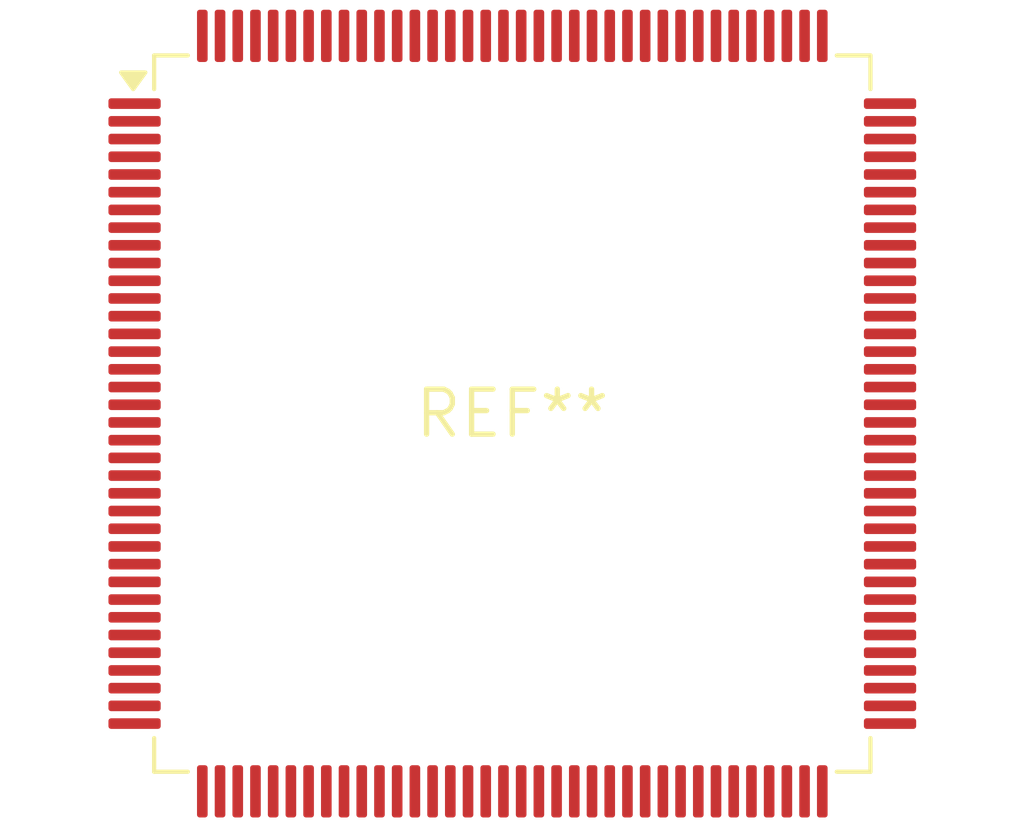
<source format=kicad_pcb>
(kicad_pcb (version 20240108) (generator pcbnew)
  (layers (0 "F.Cu" signal) (31 "B.Cu" signal) (34 "B.Paste" user) (35 "F.Paste" user) (36 "B.SilkS" user "B.Silkscreen") (37 "F.SilkS" user "F.Silkscreen") (38 "B.Mask" user) (39 "F.Mask" user) (44 "Edge.Cuts" user))
  (net 0 "")
  (footprint "TQFP-144_20x20mm_P0.5mm" (layer "F.Cu") (at 0 0)
    (property "Reference" "REF**")
    (property "Value" "TQFP-144_20x20mm_P0.5mm")
    (fp_line (start -10.11 -10.11) (end -10.11 -9.16) (layer "F.SilkS") (stroke (width 0.12)))
    (fp_line (start -10.11 10.11) (end -10.11 9.16) (layer "F.SilkS") (stroke (width 0.12)))
    (fp_line (start -9.16 -10.11) (end -10.11 -10.11) (layer "F.SilkS") (stroke (width 0.12)))
    (fp_line (start -9.16 10.11) (end -10.11 10.11) (layer "F.SilkS") (stroke (width 0.12)))
    (fp_line (start 9.16 -10.11) (end 10.11 -10.11) (layer "F.SilkS") (stroke (width 0.12)))
    (fp_line (start 9.16 10.11) (end 10.11 10.11) (layer "F.SilkS") (stroke (width 0.12)))
    (fp_line (start 10.11 -10.11) (end 10.11 -9.16) (layer "F.SilkS") (stroke (width 0.12)))
    (fp_line (start 10.11 10.11) (end 10.11 9.16) (layer "F.SilkS") (stroke (width 0.12)))
    (fp_poly (pts (xy -10.7 -9.16) (xy -11.04 -9.63) (xy -10.36 -9.63) (xy -10.7 -9.16)) (layer "F.SilkS") (stroke (width 0.12)) (fill solid))
    (pad "1" smd roundrect (at -10.6625 -8.75) (size 1.475 0.3) (layers "F.Cu" "F.Paste" "F.Mask"))
    (pad "2" smd roundrect (at -10.6625 -8.25) (size 1.475 0.3) (layers "F.Cu" "F.Paste" "F.Mask"))
    (pad "3" smd roundrect (at -10.6625 -7.75) (size 1.475 0.3) (layers "F.Cu" "F.Paste" "F.Mask"))
    (pad "4" smd roundrect (at -10.6625 -7.25) (size 1.475 0.3) (layers "F.Cu" "F.Paste" "F.Mask"))
    (pad "5" smd roundrect (at -10.6625 -6.75) (size 1.475 0.3) (layers "F.Cu" "F.Paste" "F.Mask"))
    (pad "6" smd roundrect (at -10.6625 -6.25) (size 1.475 0.3) (layers "F.Cu" "F.Paste" "F.Mask"))
    (pad "7" smd roundrect (at -10.6625 -5.75) (size 1.475 0.3) (layers "F.Cu" "F.Paste" "F.Mask"))
    (pad "8" smd roundrect (at -10.6625 -5.25) (size 1.475 0.3) (layers "F.Cu" "F.Paste" "F.Mask"))
    (pad "9" smd roundrect (at -10.6625 -4.75) (size 1.475 0.3) (layers "F.Cu" "F.Paste" "F.Mask"))
    (pad "10" smd roundrect (at -10.6625 -4.25) (size 1.475 0.3) (layers "F.Cu" "F.Paste" "F.Mask"))
    (pad "11" smd roundrect (at -10.6625 -3.75) (size 1.475 0.3) (layers "F.Cu" "F.Paste" "F.Mask"))
    (pad "12" smd roundrect (at -10.6625 -3.25) (size 1.475 0.3) (layers "F.Cu" "F.Paste" "F.Mask"))
    (pad "13" smd roundrect (at -10.6625 -2.75) (size 1.475 0.3) (layers "F.Cu" "F.Paste" "F.Mask"))
    (pad "14" smd roundrect (at -10.6625 -2.25) (size 1.475 0.3) (layers "F.Cu" "F.Paste" "F.Mask"))
    (pad "15" smd roundrect (at -10.6625 -1.75) (size 1.475 0.3) (layers "F.Cu" "F.Paste" "F.Mask"))
    (pad "16" smd roundrect (at -10.6625 -1.25) (size 1.475 0.3) (layers "F.Cu" "F.Paste" "F.Mask"))
    (pad "17" smd roundrect (at -10.6625 -0.75) (size 1.475 0.3) (layers "F.Cu" "F.Paste" "F.Mask"))
    (pad "18" smd roundrect (at -10.6625 -0.25) (size 1.475 0.3) (layers "F.Cu" "F.Paste" "F.Mask"))
    (pad "19" smd roundrect (at -10.6625 0.25) (size 1.475 0.3) (layers "F.Cu" "F.Paste" "F.Mask"))
    (pad "20" smd roundrect (at -10.6625 0.75) (size 1.475 0.3) (layers "F.Cu" "F.Paste" "F.Mask"))
    (pad "21" smd roundrect (at -10.6625 1.25) (size 1.475 0.3) (layers "F.Cu" "F.Paste" "F.Mask"))
    (pad "22" smd roundrect (at -10.6625 1.75) (size 1.475 0.3) (layers "F.Cu" "F.Paste" "F.Mask"))
    (pad "23" smd roundrect (at -10.6625 2.25) (size 1.475 0.3) (layers "F.Cu" "F.Paste" "F.Mask"))
    (pad "24" smd roundrect (at -10.6625 2.75) (size 1.475 0.3) (layers "F.Cu" "F.Paste" "F.Mask"))
    (pad "25" smd roundrect (at -10.6625 3.25) (size 1.475 0.3) (layers "F.Cu" "F.Paste" "F.Mask"))
    (pad "26" smd roundrect (at -10.6625 3.75) (size 1.475 0.3) (layers "F.Cu" "F.Paste" "F.Mask"))
    (pad "27" smd roundrect (at -10.6625 4.25) (size 1.475 0.3) (layers "F.Cu" "F.Paste" "F.Mask"))
    (pad "28" smd roundrect (at -10.6625 4.75) (size 1.475 0.3) (layers "F.Cu" "F.Paste" "F.Mask"))
    (pad "29" smd roundrect (at -10.6625 5.25) (size 1.475 0.3) (layers "F.Cu" "F.Paste" "F.Mask"))
    (pad "30" smd roundrect (at -10.6625 5.75) (size 1.475 0.3) (layers "F.Cu" "F.Paste" "F.Mask"))
    (pad "31" smd roundrect (at -10.6625 6.25) (size 1.475 0.3) (layers "F.Cu" "F.Paste" "F.Mask"))
    (pad "32" smd roundrect (at -10.6625 6.75) (size 1.475 0.3) (layers "F.Cu" "F.Paste" "F.Mask"))
    (pad "33" smd roundrect (at -10.6625 7.25) (size 1.475 0.3) (layers "F.Cu" "F.Paste" "F.Mask"))
    (pad "34" smd roundrect (at -10.6625 7.75) (size 1.475 0.3) (layers "F.Cu" "F.Paste" "F.Mask"))
    (pad "35" smd roundrect (at -10.6625 8.25) (size 1.475 0.3) (layers "F.Cu" "F.Paste" "F.Mask"))
    (pad "36" smd roundrect (at -10.6625 8.75) (size 1.475 0.3) (layers "F.Cu" "F.Paste" "F.Mask"))
    (pad "37" smd roundrect (at -8.75 10.6625) (size 0.3 1.475) (layers "F.Cu" "F.Paste" "F.Mask"))
    (pad "38" smd roundrect (at -8.25 10.6625) (size 0.3 1.475) (layers "F.Cu" "F.Paste" "F.Mask"))
    (pad "39" smd roundrect (at -7.75 10.6625) (size 0.3 1.475) (layers "F.Cu" "F.Paste" "F.Mask"))
    (pad "40" smd roundrect (at -7.25 10.6625) (size 0.3 1.475) (layers "F.Cu" "F.Paste" "F.Mask"))
    (pad "41" smd roundrect (at -6.75 10.6625) (size 0.3 1.475) (layers "F.Cu" "F.Paste" "F.Mask"))
    (pad "42" smd roundrect (at -6.25 10.6625) (size 0.3 1.475) (layers "F.Cu" "F.Paste" "F.Mask"))
    (pad "43" smd roundrect (at -5.75 10.6625) (size 0.3 1.475) (layers "F.Cu" "F.Paste" "F.Mask"))
    (pad "44" smd roundrect (at -5.25 10.6625) (size 0.3 1.475) (layers "F.Cu" "F.Paste" "F.Mask"))
    (pad "45" smd roundrect (at -4.75 10.6625) (size 0.3 1.475) (layers "F.Cu" "F.Paste" "F.Mask"))
    (pad "46" smd roundrect (at -4.25 10.6625) (size 0.3 1.475) (layers "F.Cu" "F.Paste" "F.Mask"))
    (pad "47" smd roundrect (at -3.75 10.6625) (size 0.3 1.475) (layers "F.Cu" "F.Paste" "F.Mask"))
    (pad "48" smd roundrect (at -3.25 10.6625) (size 0.3 1.475) (layers "F.Cu" "F.Paste" "F.Mask"))
    (pad "49" smd roundrect (at -2.75 10.6625) (size 0.3 1.475) (layers "F.Cu" "F.Paste" "F.Mask"))
    (pad "50" smd roundrect (at -2.25 10.6625) (size 0.3 1.475) (layers "F.Cu" "F.Paste" "F.Mask"))
    (pad "51" smd roundrect (at -1.75 10.6625) (size 0.3 1.475) (layers "F.Cu" "F.Paste" "F.Mask"))
    (pad "52" smd roundrect (at -1.25 10.6625) (size 0.3 1.475) (layers "F.Cu" "F.Paste" "F.Mask"))
    (pad "53" smd roundrect (at -0.75 10.6625) (size 0.3 1.475) (layers "F.Cu" "F.Paste" "F.Mask"))
    (pad "54" smd roundrect (at -0.25 10.6625) (size 0.3 1.475) (layers "F.Cu" "F.Paste" "F.Mask"))
    (pad "55" smd roundrect (at 0.25 10.6625) (size 0.3 1.475) (layers "F.Cu" "F.Paste" "F.Mask"))
    (pad "56" smd roundrect (at 0.75 10.6625) (size 0.3 1.475) (layers "F.Cu" "F.Paste" "F.Mask"))
    (pad "57" smd roundrect (at 1.25 10.6625) (size 0.3 1.475) (layers "F.Cu" "F.Paste" "F.Mask"))
    (pad "58" smd roundrect (at 1.75 10.6625) (size 0.3 1.475) (layers "F.Cu" "F.Paste" "F.Mask"))
    (pad "59" smd roundrect (at 2.25 10.6625) (size 0.3 1.475) (layers "F.Cu" "F.Paste" "F.Mask"))
    (pad "60" smd roundrect (at 2.75 10.6625) (size 0.3 1.475) (layers "F.Cu" "F.Paste" "F.Mask"))
    (pad "61" smd roundrect (at 3.25 10.6625) (size 0.3 1.475) (layers "F.Cu" "F.Paste" "F.Mask"))
    (pad "62" smd roundrect (at 3.75 10.6625) (size 0.3 1.475) (layers "F.Cu" "F.Paste" "F.Mask"))
    (pad "63" smd roundrect (at 4.25 10.6625) (size 0.3 1.475) (layers "F.Cu" "F.Paste" "F.Mask"))
    (pad "64" smd roundrect (at 4.75 10.6625) (size 0.3 1.475) (layers "F.Cu" "F.Paste" "F.Mask"))
    (pad "65" smd roundrect (at 5.25 10.6625) (size 0.3 1.475) (layers "F.Cu" "F.Paste" "F.Mask"))
    (pad "66" smd roundrect (at 5.75 10.6625) (size 0.3 1.475) (layers "F.Cu" "F.Paste" "F.Mask"))
    (pad "67" smd roundrect (at 6.25 10.6625) (size 0.3 1.475) (layers "F.Cu" "F.Paste" "F.Mask"))
    (pad "68" smd roundrect (at 6.75 10.6625) (size 0.3 1.475) (layers "F.Cu" "F.Paste" "F.Mask"))
    (pad "69" smd roundrect (at 7.25 10.6625) (size 0.3 1.475) (layers "F.Cu" "F.Paste" "F.Mask"))
    (pad "70" smd roundrect (at 7.75 10.6625) (size 0.3 1.475) (layers "F.Cu" "F.Paste" "F.Mask"))
    (pad "71" smd roundrect (at 8.25 10.6625) (size 0.3 1.475) (layers "F.Cu" "F.Paste" "F.Mask"))
    (pad "72" smd roundrect (at 8.75 10.6625) (size 0.3 1.475) (layers "F.Cu" "F.Paste" "F.Mask"))
    (pad "73" smd roundrect (at 10.6625 8.75) (size 1.475 0.3) (layers "F.Cu" "F.Paste" "F.Mask"))
    (pad "74" smd roundrect (at 10.6625 8.25) (size 1.475 0.3) (layers "F.Cu" "F.Paste" "F.Mask"))
    (pad "75" smd roundrect (at 10.6625 7.75) (size 1.475 0.3) (layers "F.Cu" "F.Paste" "F.Mask"))
    (pad "76" smd roundrect (at 10.6625 7.25) (size 1.475 0.3) (layers "F.Cu" "F.Paste" "F.Mask"))
    (pad "77" smd roundrect (at 10.6625 6.75) (size 1.475 0.3) (layers "F.Cu" "F.Paste" "F.Mask"))
    (pad "78" smd roundrect (at 10.6625 6.25) (size 1.475 0.3) (layers "F.Cu" "F.Paste" "F.Mask"))
    (pad "79" smd roundrect (at 10.6625 5.75) (size 1.475 0.3) (layers "F.Cu" "F.Paste" "F.Mask"))
    (pad "80" smd roundrect (at 10.6625 5.25) (size 1.475 0.3) (layers "F.Cu" "F.Paste" "F.Mask"))
    (pad "81" smd roundrect (at 10.6625 4.75) (size 1.475 0.3) (layers "F.Cu" "F.Paste" "F.Mask"))
    (pad "82" smd roundrect (at 10.6625 4.25) (size 1.475 0.3) (layers "F.Cu" "F.Paste" "F.Mask"))
    (pad "83" smd roundrect (at 10.6625 3.75) (size 1.475 0.3) (layers "F.Cu" "F.Paste" "F.Mask"))
    (pad "84" smd roundrect (at 10.6625 3.25) (size 1.475 0.3) (layers "F.Cu" "F.Paste" "F.Mask"))
    (pad "85" smd roundrect (at 10.6625 2.75) (size 1.475 0.3) (layers "F.Cu" "F.Paste" "F.Mask"))
    (pad "86" smd roundrect (at 10.6625 2.25) (size 1.475 0.3) (layers "F.Cu" "F.Paste" "F.Mask"))
    (pad "87" smd roundrect (at 10.6625 1.75) (size 1.475 0.3) (layers "F.Cu" "F.Paste" "F.Mask"))
    (pad "88" smd roundrect (at 10.6625 1.25) (size 1.475 0.3) (layers "F.Cu" "F.Paste" "F.Mask"))
    (pad "89" smd roundrect (at 10.6625 0.75) (size 1.475 0.3) (layers "F.Cu" "F.Paste" "F.Mask"))
    (pad "90" smd roundrect (at 10.6625 0.25) (size 1.475 0.3) (layers "F.Cu" "F.Paste" "F.Mask"))
    (pad "91" smd roundrect (at 10.6625 -0.25) (size 1.475 0.3) (layers "F.Cu" "F.Paste" "F.Mask"))
    (pad "92" smd roundrect (at 10.6625 -0.75) (size 1.475 0.3) (layers "F.Cu" "F.Paste" "F.Mask"))
    (pad "93" smd roundrect (at 10.6625 -1.25) (size 1.475 0.3) (layers "F.Cu" "F.Paste" "F.Mask"))
    (pad "94" smd roundrect (at 10.6625 -1.75) (size 1.475 0.3) (layers "F.Cu" "F.Paste" "F.Mask"))
    (pad "95" smd roundrect (at 10.6625 -2.25) (size 1.475 0.3) (layers "F.Cu" "F.Paste" "F.Mask"))
    (pad "96" smd roundrect (at 10.6625 -2.75) (size 1.475 0.3) (layers "F.Cu" "F.Paste" "F.Mask"))
    (pad "97" smd roundrect (at 10.6625 -3.25) (size 1.475 0.3) (layers "F.Cu" "F.Paste" "F.Mask"))
    (pad "98" smd roundrect (at 10.6625 -3.75) (size 1.475 0.3) (layers "F.Cu" "F.Paste" "F.Mask"))
    (pad "99" smd roundrect (at 10.6625 -4.25) (size 1.475 0.3) (layers "F.Cu" "F.Paste" "F.Mask"))
    (pad "100" smd roundrect (at 10.6625 -4.75) (size 1.475 0.3) (layers "F.Cu" "F.Paste" "F.Mask"))
    (pad "101" smd roundrect (at 10.6625 -5.25) (size 1.475 0.3) (layers "F.Cu" "F.Paste" "F.Mask"))
    (pad "102" smd roundrect (at 10.6625 -5.75) (size 1.475 0.3) (layers "F.Cu" "F.Paste" "F.Mask"))
    (pad "103" smd roundrect (at 10.6625 -6.25) (size 1.475 0.3) (layers "F.Cu" "F.Paste" "F.Mask"))
    (pad "104" smd roundrect (at 10.6625 -6.75) (size 1.475 0.3) (layers "F.Cu" "F.Paste" "F.Mask"))
    (pad "105" smd roundrect (at 10.6625 -7.25) (size 1.475 0.3) (layers "F.Cu" "F.Paste" "F.Mask"))
    (pad "106" smd roundrect (at 10.6625 -7.75) (size 1.475 0.3) (layers "F.Cu" "F.Paste" "F.Mask"))
    (pad "107" smd roundrect (at 10.6625 -8.25) (size 1.475 0.3) (layers "F.Cu" "F.Paste" "F.Mask"))
    (pad "108" smd roundrect (at 10.6625 -8.75) (size 1.475 0.3) (layers "F.Cu" "F.Paste" "F.Mask"))
    (pad "109" smd roundrect (at 8.75 -10.6625) (size 0.3 1.475) (layers "F.Cu" "F.Paste" "F.Mask"))
    (pad "110" smd roundrect (at 8.25 -10.6625) (size 0.3 1.475) (layers "F.Cu" "F.Paste" "F.Mask"))
    (pad "111" smd roundrect (at 7.75 -10.6625) (size 0.3 1.475) (layers "F.Cu" "F.Paste" "F.Mask"))
    (pad "112" smd roundrect (at 7.25 -10.6625) (size 0.3 1.475) (layers "F.Cu" "F.Paste" "F.Mask"))
    (pad "113" smd roundrect (at 6.75 -10.6625) (size 0.3 1.475) (layers "F.Cu" "F.Paste" "F.Mask"))
    (pad "114" smd roundrect (at 6.25 -10.6625) (size 0.3 1.475) (layers "F.Cu" "F.Paste" "F.Mask"))
    (pad "115" smd roundrect (at 5.75 -10.6625) (size 0.3 1.475) (layers "F.Cu" "F.Paste" "F.Mask"))
    (pad "116" smd roundrect (at 5.25 -10.6625) (size 0.3 1.475) (layers "F.Cu" "F.Paste" "F.Mask"))
    (pad "117" smd roundrect (at 4.75 -10.6625) (size 0.3 1.475) (layers "F.Cu" "F.Paste" "F.Mask"))
    (pad "118" smd roundrect (at 4.25 -10.6625) (size 0.3 1.475) (layers "F.Cu" "F.Paste" "F.Mask"))
    (pad "119" smd roundrect (at 3.75 -10.6625) (size 0.3 1.475) (layers "F.Cu" "F.Paste" "F.Mask"))
    (pad "120" smd roundrect (at 3.25 -10.6625) (size 0.3 1.475) (layers "F.Cu" "F.Paste" "F.Mask"))
    (pad "121" smd roundrect (at 2.75 -10.6625) (size 0.3 1.475) (layers "F.Cu" "F.Paste" "F.Mask"))
    (pad "122" smd roundrect (at 2.25 -10.6625) (size 0.3 1.475) (layers "F.Cu" "F.Paste" "F.Mask"))
    (pad "123" smd roundrect (at 1.75 -10.6625) (size 0.3 1.475) (layers "F.Cu" "F.Paste" "F.Mask"))
    (pad "124" smd roundrect (at 1.25 -10.6625) (size 0.3 1.475) (layers "F.Cu" "F.Paste" "F.Mask"))
    (pad "125" smd roundrect (at 0.75 -10.6625) (size 0.3 1.475) (layers "F.Cu" "F.Paste" "F.Mask"))
    (pad "126" smd roundrect (at 0.25 -10.6625) (size 0.3 1.475) (layers "F.Cu" "F.Paste" "F.Mask"))
    (pad "127" smd roundrect (at -0.25 -10.6625) (size 0.3 1.475) (layers "F.Cu" "F.Paste" "F.Mask"))
    (pad "128" smd roundrect (at -0.75 -10.6625) (size 0.3 1.475) (layers "F.Cu" "F.Paste" "F.Mask"))
    (pad "129" smd roundrect (at -1.25 -10.6625) (size 0.3 1.475) (layers "F.Cu" "F.Paste" "F.Mask"))
    (pad "130" smd roundrect (at -1.75 -10.6625) (size 0.3 1.475) (layers "F.Cu" "F.Paste" "F.Mask"))
    (pad "131" smd roundrect (at -2.25 -10.6625) (size 0.3 1.475) (layers "F.Cu" "F.Paste" "F.Mask"))
    (pad "132" smd roundrect (at -2.75 -10.6625) (size 0.3 1.475) (layers "F.Cu" "F.Paste" "F.Mask"))
    (pad "133" smd roundrect (at -3.25 -10.6625) (size 0.3 1.475) (layers "F.Cu" "F.Paste" "F.Mask"))
    (pad "134" smd roundrect (at -3.75 -10.6625) (size 0.3 1.475) (layers "F.Cu" "F.Paste" "F.Mask"))
    (pad "135" smd roundrect (at -4.25 -10.6625) (size 0.3 1.475) (layers "F.Cu" "F.Paste" "F.Mask"))
    (pad "136" smd roundrect (at -4.75 -10.6625) (size 0.3 1.475) (layers "F.Cu" "F.Paste" "F.Mask"))
    (pad "137" smd roundrect (at -5.25 -10.6625) (size 0.3 1.475) (layers "F.Cu" "F.Paste" "F.Mask"))
    (pad "138" smd roundrect (at -5.75 -10.6625) (size 0.3 1.475) (layers "F.Cu" "F.Paste" "F.Mask"))
    (pad "139" smd roundrect (at -6.25 -10.6625) (size 0.3 1.475) (layers "F.Cu" "F.Paste" "F.Mask"))
    (pad "140" smd roundrect (at -6.75 -10.6625) (size 0.3 1.475) (layers "F.Cu" "F.Paste" "F.Mask"))
    (pad "141" smd roundrect (at -7.25 -10.6625) (size 0.3 1.475) (layers "F.Cu" "F.Paste" "F.Mask"))
    (pad "142" smd roundrect (at -7.75 -10.6625) (size 0.3 1.475) (layers "F.Cu" "F.Paste" "F.Mask"))
    (pad "143" smd roundrect (at -8.25 -10.6625) (size 0.3 1.475) (layers "F.Cu" "F.Paste" "F.Mask"))
    (pad "144" smd roundrect (at -8.75 -10.6625) (size 0.3 1.475) (layers "F.Cu" "F.Paste" "F.Mask"))
  )
)
</source>
